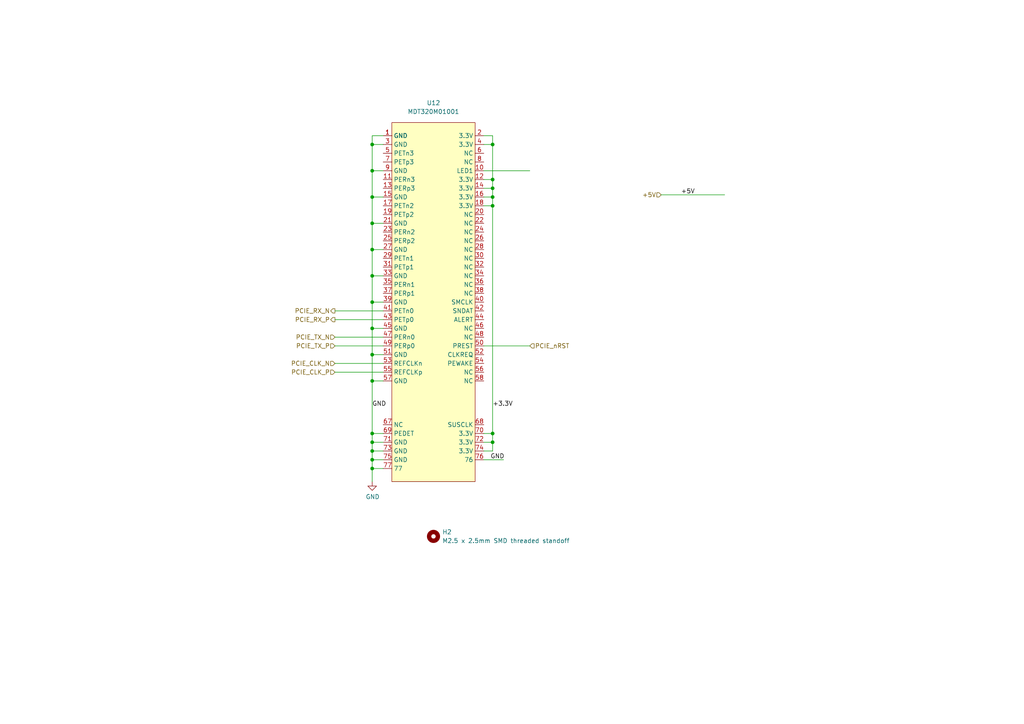
<source format=kicad_sch>
(kicad_sch (version 20211123) (generator eeschema)
  (paper "A4")
  (title_block (title "bitcart - PCIe") (date "2022-06-02") (rev "1") (comment 1 "https://github.com/skot/bitcart.git"))
  (lib_symbols
    (symbol "Mechanical:MountingHole" (pin_names (offset 1.016))
      (property "Reference" "H" (at 0 5.08 0))
      (property "Value" "MountingHole" (at 0 3.175 0))
      (symbol "MountingHole_0_1"
        (circle (center 0 0) (radius 1.27) (stroke (width 1.27)))
      )
    )
    (symbol "bitcart:MDT320M01001"
      (property "Reference" "U" (at -11.43 48.26 0))
      (property "Value" "MDT320M01001" (at 3.81 48.26 0))
      (symbol "MDT320M01001_0_0"
        (pin input line (at -15.24 43.18 0) (length 2.54) (name "GND") (number "1"))
        (pin input line (at 13.97 33.02 180) (length 2.54) (name "LED1") (number "10"))
        (pin input line (at -15.24 30.48 0) (length 2.54) (name "PERn3") (number "11"))
        (pin input line (at 13.97 30.48 180) (length 2.54) (name "3.3V") (number "12"))
        (pin input line (at -15.24 27.94 0) (length 2.54) (name "PERp3") (number "13"))
        (pin input line (at 13.97 27.94 180) (length 2.54) (name "3.3V") (number "14"))
        (pin input line (at -15.24 25.4 0) (length 2.54) (name "GND") (number "15"))
        (pin input line (at 13.97 25.4 180) (length 2.54) (name "3.3V") (number "16"))
        (pin input line (at -15.24 22.86 0) (length 2.54) (name "PETn2") (number "17"))
        (pin input line (at 13.97 22.86 180) (length 2.54) (name "3.3V") (number "18"))
        (pin input line (at -15.24 20.32 0) (length 2.54) (name "PETp2") (number "19"))
        (pin input line (at 13.97 43.18 180) (length 2.54) (name "3.3V") (number "2"))
        (pin input line (at 13.97 20.32 180) (length 2.54) (name "NC") (number "20"))
        (pin input line (at -15.24 17.78 0) (length 2.54) (name "GND") (number "21"))
        (pin input line (at 13.97 17.78 180) (length 2.54) (name "NC") (number "22"))
        (pin input line (at -15.24 15.24 0) (length 2.54) (name "PERn2") (number "23"))
        (pin input line (at 13.97 15.24 180) (length 2.54) (name "NC") (number "24"))
        (pin input line (at -15.24 12.7 0) (length 2.54) (name "PERp2") (number "25"))
        (pin input line (at 13.97 12.7 180) (length 2.54) (name "NC") (number "26"))
        (pin input line (at -15.24 10.16 0) (length 2.54) (name "GND") (number "27"))
        (pin input line (at 13.97 10.16 180) (length 2.54) (name "NC") (number "28"))
        (pin input line (at -15.24 7.62 0) (length 2.54) (name "PETn1") (number "29"))
        (pin input line (at -15.24 40.64 0) (length 2.54) (name "GND") (number "3"))
        (pin input line (at 13.97 7.62 180) (length 2.54) (name "NC") (number "30"))
        (pin input line (at -15.24 5.08 0) (length 2.54) (name "PETp1") (number "31"))
        (pin input line (at 13.97 5.08 180) (length 2.54) (name "NC") (number "32"))
        (pin input line (at -15.24 2.54 0) (length 2.54) (name "GND") (number "33"))
        (pin input line (at 13.97 2.54 180) (length 2.54) (name "NC") (number "34"))
        (pin input line (at -15.24 0 0) (length 2.54) (name "PERn1") (number "35"))
        (pin input line (at 13.97 0 180) (length 2.54) (name "NC") (number "36"))
        (pin input line (at -15.24 -2.54 0) (length 2.54) (name "PERp1") (number "37"))
        (pin input line (at 13.97 -2.54 180) (length 2.54) (name "NC") (number "38"))
        (pin input line (at -15.24 -5.08 0) (length 2.54) (name "GND") (number "39"))
        (pin input line (at 13.97 40.64 180) (length 2.54) (name "3.3V") (number "4"))
        (pin input line (at 13.97 -5.08 180) (length 2.54) (name "SMCLK") (number "40"))
        (pin input line (at -15.24 -7.62 0) (length 2.54) (name "PETn0") (number "41"))
        (pin input line (at 13.97 -7.62 180) (length 2.54) (name "SNDAT") (number "42"))
        (pin input line (at -15.24 -10.16 0) (length 2.54) (name "PETp0") (number "43"))
        (pin input line (at 13.97 -10.16 180) (length 2.54) (name "ALERT") (number "44"))
        (pin input line (at -15.24 -12.7 0) (length 2.54) (name "GND") (number "45"))
        (pin input line (at 13.97 -12.7 180) (length 2.54) (name "NC") (number "46"))
        (pin input line (at -15.24 -15.24 0) (length 2.54) (name "PERn0") (number "47"))
        (pin input line (at 13.97 -15.24 180) (length 2.54) (name "NC") (number "48"))
        (pin input line (at -15.24 -17.78 0) (length 2.54) (name "PERp0") (number "49"))
        (pin input line (at -15.24 38.1 0) (length 2.54) (name "PETn3") (number "5"))
        (pin input line (at 13.97 -17.78 180) (length 2.54) (name "PREST") (number "50"))
        (pin input line (at -15.24 -20.32 0) (length 2.54) (name "GND") (number "51"))
        (pin input line (at 13.97 -20.32 180) (length 2.54) (name "CLKREQ") (number "52"))
        (pin input line (at -15.24 -22.86 0) (length 2.54) (name "REFCLKn") (number "53"))
        (pin input line (at 13.97 -22.86 180) (length 2.54) (name "PEWAKE") (number "54"))
        (pin input line (at -15.24 -25.4 0) (length 2.54) (name "REFCLKp") (number "55"))
        (pin input line (at 13.97 -25.4 180) (length 2.54) (name "NC") (number "56"))
        (pin input line (at -15.24 -27.94 0) (length 2.54) (name "GND") (number "57"))
        (pin input line (at 13.97 -27.94 180) (length 2.54) (name "NC") (number "58"))
        (pin input line (at 13.97 38.1 180) (length 2.54) (name "NC") (number "6"))
        (pin input line (at -15.24 -40.64 0) (length 2.54) (name "NC") (number "67"))
        (pin input line (at 13.97 -40.64 180) (length 2.54) (name "SUSCLK") (number "68"))
        (pin input line (at -15.24 -43.18 0) (length 2.54) (name "PEDET") (number "69"))
        (pin input line (at -15.24 35.56 0) (length 2.54) (name "PETp3") (number "7"))
        (pin input line (at 13.97 -43.18 180) (length 2.54) (name "3.3V") (number "70"))
        (pin input line (at -15.24 -45.72 0) (length 2.54) (name "GND") (number "71"))
        (pin input line (at 13.97 -45.72 180) (length 2.54) (name "3.3V") (number "72"))
        (pin input line (at -15.24 -48.26 0) (length 2.54) (name "GND") (number "73"))
        (pin input line (at 13.97 -48.26 180) (length 2.54) (name "3.3V") (number "74"))
        (pin input line (at -15.24 -50.8 0) (length 2.54) (name "GND") (number "75"))
        (pin input line (at 13.97 -50.8 180) (length 2.54) (name "76") (number "76"))
        (pin input line (at 13.97 35.56 180) (length 2.54) (name "NC") (number "8"))
        (pin input line (at -15.24 33.02 0) (length 2.54) (name "GND") (number "9"))
      )
      (symbol "MDT320M01001_0_1"
        (rectangle (start -12.7 46.99) (end 11.43 -57.15) (stroke (width 0.1524)) (fill (type background)))
      )
      (symbol "MDT320M01001_1_1"
        (pin input line (at -15.24 43.18 0) (length 2.54) (name "GND") (number "1"))
        (pin input line (at -15.24 -53.34 0) (length 2.54) (name "77") (number "77"))
      )
    )
    (symbol "power:GND" (power) (pin_names (offset 0))
      (property "Value" "GND" (at 0 -3.81 0))
      (symbol "GND_0_1"
        (polyline (pts (xy 0 0) (xy 0 -1.27) (xy 1.27 -1.27) (xy 0 -2.54) (xy -1.27 -1.27) (xy 0 -1.27)))
      )
      (symbol "GND_1_1"
        (pin power_in line (at 0 0 270) (length 0) hide (name "GND") (number "1"))
      )
    )
  )
  (junction (at 142.875 57.15))
  (junction (at 142.875 125.73))
  (junction (at 107.95 64.77))
  (junction (at 107.95 130.81))
  (junction (at 107.95 87.63))
  (junction (at 107.95 72.39))
  (junction (at 107.95 102.87))
  (junction (at 107.95 95.25))
  (junction (at 107.95 57.15))
  (junction (at 107.95 49.53))
  (junction (at 142.875 54.61))
  (junction (at 107.95 133.35))
  (junction (at 107.95 80.01))
  (junction (at 107.95 110.49))
  (junction (at 107.95 41.91))
  (junction (at 142.875 59.69))
  (junction (at 107.95 128.27))
  (junction (at 107.95 135.89))
  (junction (at 107.95 125.73))
  (junction (at 142.875 52.07))
  (junction (at 142.875 41.91))
  (junction (at 142.875 128.27))
  (wire (pts (xy 107.95 80.01) (xy 107.95 87.63)))
  (wire (pts (xy 140.335 125.73) (xy 142.875 125.73)))
  (wire (pts (xy 107.95 135.89) (xy 111.125 135.89)))
  (wire (pts (xy 140.335 133.35) (xy 146.05 133.35)))
  (wire (pts (xy 107.95 57.15) (xy 107.95 64.77)))
  (wire (pts (xy 140.335 39.37) (xy 142.875 39.37)))
  (wire (pts (xy 107.95 102.87) (xy 107.95 110.49)))
  (wire (pts (xy 107.95 49.53) (xy 107.95 57.15)))
  (wire (pts (xy 107.95 49.53) (xy 111.125 49.53)))
  (wire (pts (xy 107.95 80.01) (xy 111.125 80.01)))
  (wire (pts (xy 97.155 92.71) (xy 111.125 92.71)))
  (wire (pts (xy 97.155 90.17) (xy 111.125 90.17)))
  (wire (pts (xy 140.335 100.33) (xy 153.67 100.33)))
  (wire (pts (xy 107.95 64.77) (xy 107.95 72.39)))
  (wire (pts (xy 111.125 97.79) (xy 97.155 97.79)))
  (wire (pts (xy 140.335 57.15) (xy 142.875 57.15)))
  (wire (pts (xy 107.95 133.35) (xy 107.95 135.89)))
  (wire (pts (xy 142.875 128.27) (xy 142.875 130.81)))
  (wire (pts (xy 140.335 52.07) (xy 142.875 52.07)))
  (wire (pts (xy 142.875 59.69) (xy 142.875 125.73)))
  (wire (pts (xy 107.95 125.73) (xy 107.95 128.27)))
  (wire (pts (xy 107.95 95.25) (xy 107.95 102.87)))
  (wire (pts (xy 140.335 41.91) (xy 142.875 41.91)))
  (wire (pts (xy 107.95 130.81) (xy 111.125 130.81)))
  (wire (pts (xy 107.95 41.91) (xy 107.95 49.53)))
  (wire (pts (xy 107.95 39.37) (xy 107.95 41.91)))
  (wire (pts (xy 107.95 95.25) (xy 111.125 95.25)))
  (wire (pts (xy 107.95 72.39) (xy 111.125 72.39)))
  (wire (pts (xy 142.875 39.37) (xy 142.875 41.91)))
  (wire (pts (xy 107.95 135.89) (xy 107.95 139.7)))
  (wire (pts (xy 142.875 54.61) (xy 142.875 57.15)))
  (wire (pts (xy 142.875 57.15) (xy 142.875 59.69)))
  (wire (pts (xy 107.95 57.15) (xy 111.125 57.15)))
  (wire (pts (xy 107.95 72.39) (xy 107.95 80.01)))
  (wire (pts (xy 107.95 133.35) (xy 111.125 133.35)))
  (wire (pts (xy 191.77 56.515) (xy 210.185 56.515)))
  (wire (pts (xy 111.125 39.37) (xy 107.95 39.37)))
  (wire (pts (xy 107.95 87.63) (xy 107.95 95.25)))
  (wire (pts (xy 107.95 125.73) (xy 111.125 125.73)))
  (wire (pts (xy 107.95 130.81) (xy 107.95 133.35)))
  (wire (pts (xy 140.335 128.27) (xy 142.875 128.27)))
  (wire (pts (xy 97.155 107.95) (xy 111.125 107.95)))
  (wire (pts (xy 97.155 105.41) (xy 111.125 105.41)))
  (wire (pts (xy 107.95 102.87) (xy 111.125 102.87)))
  (wire (pts (xy 97.155 100.33) (xy 111.125 100.33)))
  (wire (pts (xy 107.95 128.27) (xy 107.95 130.81)))
  (wire (pts (xy 142.875 125.73) (xy 142.875 128.27)))
  (wire (pts (xy 142.875 52.07) (xy 142.875 54.61)))
  (wire (pts (xy 107.95 110.49) (xy 111.125 110.49)))
  (wire (pts (xy 140.335 49.53) (xy 153.67 49.53)))
  (wire (pts (xy 107.95 110.49) (xy 107.95 125.73)))
  (wire (pts (xy 142.875 41.91) (xy 142.875 52.07)))
  (wire (pts (xy 107.95 41.91) (xy 111.125 41.91)))
  (wire (pts (xy 107.95 87.63) (xy 111.125 87.63)))
  (wire (pts (xy 140.335 59.69) (xy 142.875 59.69)))
  (wire (pts (xy 140.335 54.61) (xy 142.875 54.61)))
  (wire (pts (xy 142.875 130.81) (xy 140.335 130.81)))
  (wire (pts (xy 107.95 64.77) (xy 111.125 64.77)))
  (wire (pts (xy 107.95 128.27) (xy 111.125 128.27)))
  (label "+3.3V" (at 142.875 118.11 0))
  (label "GND" (at 107.95 118.11 0))
  (label "+5V" (at 197.485 56.515 0))
  (label "GND" (at 142.24 133.35 0))
  (hierarchical_label "PCIE_RX_P" (shape output) (at 97.155 92.71 180))
  (hierarchical_label "+5V" (shape input) (at 191.77 56.515 180))
  (hierarchical_label "PCIE_CLK_P" (shape input) (at 97.155 107.95 180))
  (hierarchical_label "PCIE_RX_N" (shape output) (at 97.155 90.17 180))
  (hierarchical_label "PCIE_nRST" (shape input) (at 153.67 100.33 0))
  (hierarchical_label "PCIE_CLK_N" (shape input) (at 97.155 105.41 180))
  (hierarchical_label "PCIE_TX_N" (shape input) (at 97.155 97.79 180))
  (hierarchical_label "PCIE_TX_P" (shape input) (at 97.155 100.33 180))
  (symbol (lib_id "power:GND") (at 107.95 139.7 0) (unit 1)
    (property "Reference" "#PWR015" (effects hide))
    (property "Value" "GND" (at 108.077 144.0942 0))
  )
  (symbol (lib_id "Mechanical:MountingHole") (at 125.73 155.575 0) (unit 1)
    (property "Reference" "H2" (at 128.27 154.3049 0) (effects (justify left)))
    (property "Value" "M2.5 x 2.5mm SMD threaded standoff " (at 128.27 156.8449 0) (effects (justify left)))
    (property "Footprint" "bitcart:9774025151R" (effects hide))
    (property "Datasheet" "https://media.digikey.com/pdf/Data%20Sheets/Wurth%20Electronics%20PDFs/WA-SMSx_Performance_Flyer.pdf" (effects hide))
    (property "DK" "732-7078-1-ND" (effects hide))
    (property "PARTNO" "9774025151R" (effects hide))
  )
  (symbol (lib_id "bitcart:MDT320M01001") (at 126.365 82.55 0) (unit 1)
    (property "Reference" "U12" (at 125.73 29.845 0))
    (property "Value" "MDT320M01001" (at 125.73 32.385 0))
    (property "Footprint" "bitcart:MDT320M01001" (effects hide))
    (property "Datasheet" "https://www.amphenol-cs.com/media/wysiwyg/files/documentation/datasheet/ssio/ssio_pcie_m2.pdf" (effects hide))
    (property "PARTNO" "MDT420M01001" (effects hide))
    (property "DK" "MDT420M01001CT-ND" (effects hide))
    (property "Drawing" "https://cdn.amphenol-cs.com/media/wysiwyg/files/drawing/mdtxxxxxx001.pdf" (effects hide))
  )
)
</source>
